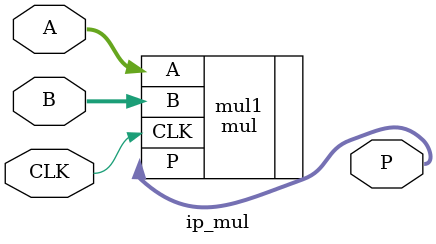
<source format=v>
`timescale 1ns / 1ps


module ip_mul(
    input CLK, // CLK
    input signed [7:0]A, // 32 bit input
    input signed [7:0]B, // 32 bit input
    output signed [15:0]P // 64 bit product
);
    
    mul mul1 (
      .CLK(CLK),  // input wire CLK
      .A(A),      // input wire [15 : 0] A
      .B(B),      // input wire [15 : 0] B
      .P(P)      // output wire [31 : 0] P
    );
    
endmodule

</source>
